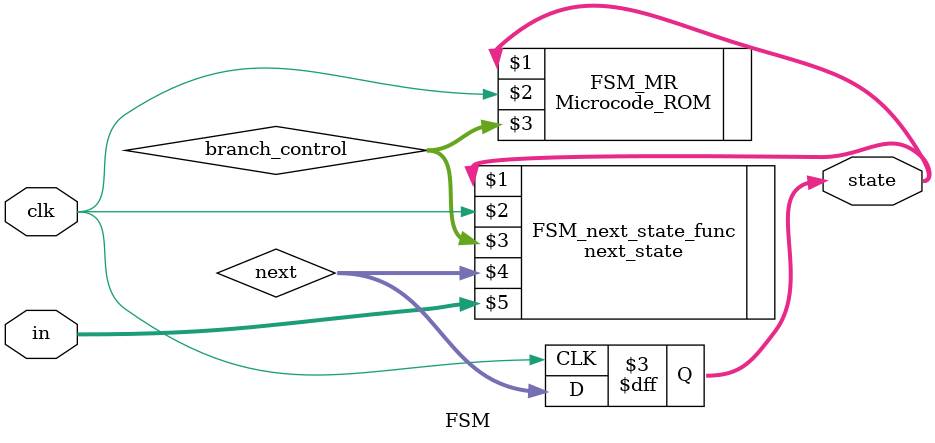
<source format=v>
`include "A5_Q1_Microcode_ROM.v"
`include "A5_Q1_Next_State.v"

module FSM(clk,in,state);
    input clk;
    input[1:0] in;
    output reg[3:0] state;
    wire[2:0] branch_control;
    wire[3:0] next;

    initial begin
        state <= 4'd0;
    end

    Microcode_ROM FSM_MR(state,clk,branch_control);

    next_state FSM_next_state_func(state,clk,branch_control,next,in);
    always @(negedge clk ) begin
        state <= next;
    end

endmodule
</source>
